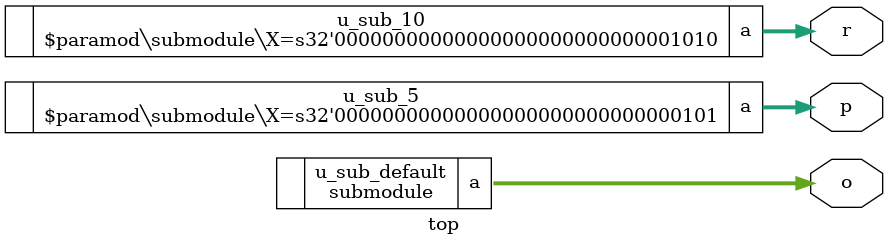
<source format=sv>
module submodule #(
   parameter int X = 15
) (
   output logic [X-1:0] a
);
   parameter logic [$bits(a)-1:0] Y = '1;
   assign a = Y;
endmodule

module top(
   output logic [14:0] o,
   output logic [4:0] p,
   output logic [9:0] r
);
   submodule u_sub_default(.a(o));
   submodule #(.X(5)) u_sub_5(.a(p));
   submodule #(.X(10)) u_sub_10(.a(r));
endmodule

</source>
